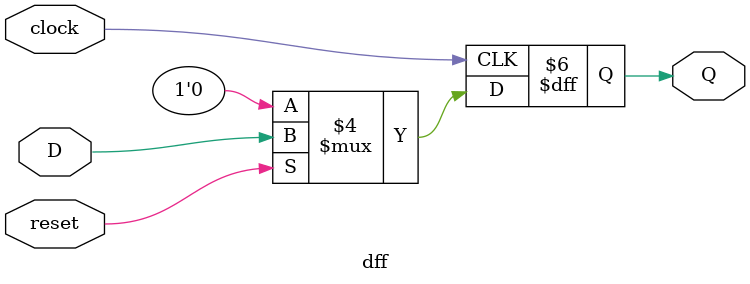
<source format=v>
module dff(Q, D, clock, reset);
    input D, clock, reset;
    output Q;
    reg Q;

    always @ (posedge clock) begin
        if (reset == 1'b0) Q <= 1'b0;
        else Q <= D;
    end
endmodule
</source>
